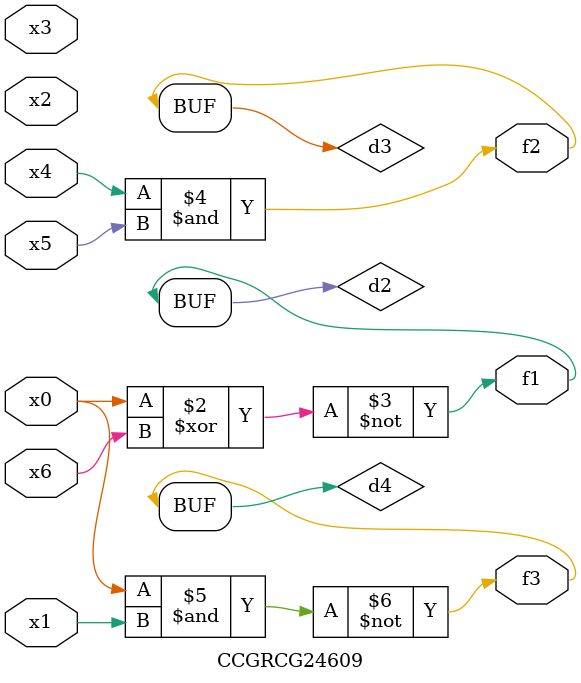
<source format=v>
module CCGRCG24609(
	input x0, x1, x2, x3, x4, x5, x6,
	output f1, f2, f3
);

	wire d1, d2, d3, d4;

	nor (d1, x0);
	xnor (d2, x0, x6);
	and (d3, x4, x5);
	nand (d4, x0, x1);
	assign f1 = d2;
	assign f2 = d3;
	assign f3 = d4;
endmodule

</source>
